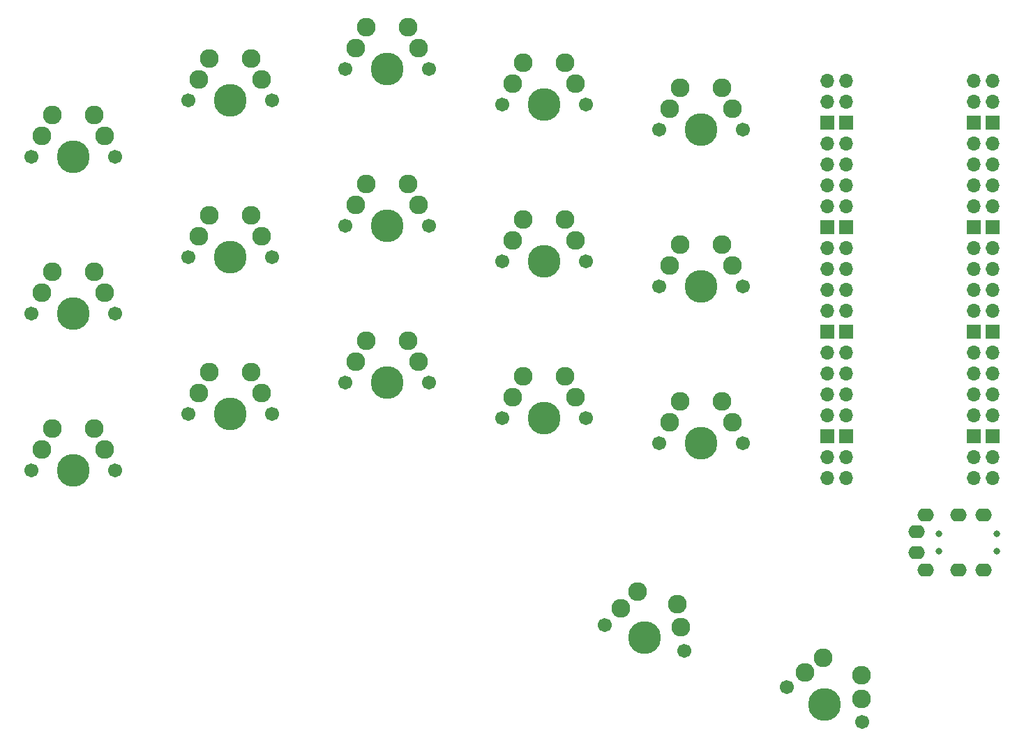
<source format=gbr>
%TF.GenerationSoftware,KiCad,Pcbnew,(6.0.4)*%
%TF.CreationDate,2022-11-15T10:20:27-05:00*%
%TF.ProjectId,Chergo,43686572-676f-42e6-9b69-6361645f7063,rev?*%
%TF.SameCoordinates,Original*%
%TF.FileFunction,Soldermask,Bot*%
%TF.FilePolarity,Negative*%
%FSLAX46Y46*%
G04 Gerber Fmt 4.6, Leading zero omitted, Abs format (unit mm)*
G04 Created by KiCad (PCBNEW (6.0.4)) date 2022-11-15 10:20:27*
%MOMM*%
%LPD*%
G01*
G04 APERTURE LIST*
%ADD10C,1.701800*%
%ADD11C,3.987800*%
%ADD12C,2.286000*%
%ADD13C,0.800000*%
%ADD14O,2.000000X1.600000*%
%ADD15O,1.700000X1.700000*%
%ADD16R,1.700000X1.700000*%
G04 APERTURE END LIST*
D10*
%TO.C,K3*%
X111726943Y-61006379D03*
D11*
X106646943Y-61006379D03*
D10*
X101566943Y-61006379D03*
D12*
X102836943Y-58466379D03*
X104106943Y-55926379D03*
X110456943Y-58466379D03*
X109186943Y-55926379D03*
%TD*%
D10*
%TO.C,K15*%
X149826943Y-106472379D03*
X139666943Y-106472379D03*
D11*
X144746943Y-106472379D03*
D12*
X142206943Y-101392379D03*
X140936943Y-103932379D03*
X147286943Y-101392379D03*
X148556943Y-103932379D03*
%TD*%
D10*
%TO.C,K17*%
X155128899Y-136075478D03*
D11*
X159732943Y-138222379D03*
D10*
X164336987Y-140369280D03*
D12*
X157353361Y-134310182D03*
X159577822Y-132544885D03*
X164181866Y-134691786D03*
X164259426Y-137530533D03*
%TD*%
D11*
%TO.C,K10*%
X144746943Y-87422379D03*
D10*
X139666943Y-87422379D03*
X149826943Y-87422379D03*
D12*
X140936943Y-84882379D03*
X142206943Y-82342379D03*
X148556943Y-84882379D03*
X147286943Y-82342379D03*
%TD*%
D11*
%TO.C,K6*%
X68546943Y-90724379D03*
D10*
X73626943Y-90724379D03*
X63466943Y-90724379D03*
D12*
X66006943Y-85644379D03*
X64736943Y-88184379D03*
X72356943Y-88184379D03*
X71086943Y-85644379D03*
%TD*%
D10*
%TO.C,K7*%
X92676943Y-83866379D03*
D11*
X87596943Y-83866379D03*
D10*
X82516943Y-83866379D03*
D12*
X83786943Y-81326379D03*
X85056943Y-78786379D03*
X90136943Y-78786379D03*
X91406943Y-81326379D03*
%TD*%
D11*
%TO.C,K16*%
X137888943Y-130094379D03*
D10*
X142720310Y-131664185D03*
X133057576Y-128524573D03*
D12*
X137043066Y-124478109D03*
X135050321Y-126501341D03*
X141874433Y-126047915D03*
X142297371Y-128856050D03*
%TD*%
D10*
%TO.C,K9*%
X130776943Y-84374379D03*
X120616943Y-84374379D03*
D11*
X125696943Y-84374379D03*
D12*
X121886943Y-81834379D03*
X123156943Y-79294379D03*
X129506943Y-81834379D03*
X128236943Y-79294379D03*
%TD*%
D11*
%TO.C,K2*%
X87596943Y-64816379D03*
D10*
X92676943Y-64816379D03*
X82516943Y-64816379D03*
D12*
X85056943Y-59736379D03*
X83786943Y-62276379D03*
X91406943Y-62276379D03*
X90136943Y-59736379D03*
%TD*%
D10*
%TO.C,K5*%
X149826943Y-68372379D03*
X139666943Y-68372379D03*
D11*
X144746943Y-68372379D03*
D12*
X142206943Y-63292379D03*
X140936943Y-65832379D03*
X147286943Y-63292379D03*
X148556943Y-65832379D03*
%TD*%
D13*
%TO.C,U2*%
X180603443Y-119552379D03*
X173603443Y-119552379D03*
X180603443Y-117452379D03*
X173603443Y-117452379D03*
D14*
X170903443Y-119752379D03*
X170903443Y-117252379D03*
X172003443Y-121852379D03*
X172003443Y-115152379D03*
X176003443Y-115152379D03*
X179003443Y-121852379D03*
X179003443Y-115152379D03*
X176003443Y-121852379D03*
%TD*%
D15*
%TO.C,U1*%
X162390943Y-62452379D03*
X177870943Y-62415879D03*
X177870943Y-64955879D03*
X162390943Y-64992379D03*
D16*
X162390943Y-67532379D03*
X177870943Y-67495879D03*
D15*
X177870943Y-70035879D03*
X162390943Y-70072379D03*
X162390943Y-72612379D03*
X177870943Y-72575879D03*
X177870943Y-75115879D03*
X162390943Y-75152379D03*
X162390943Y-77692379D03*
X177870943Y-77655879D03*
D16*
X162390943Y-80232379D03*
X177870943Y-80195879D03*
D15*
X162390943Y-82772379D03*
X177870943Y-82735879D03*
X162390943Y-85312379D03*
X177870943Y-85275879D03*
X162390943Y-87852379D03*
X177870943Y-87815879D03*
X162390943Y-90392379D03*
X177870943Y-90355879D03*
D16*
X162390943Y-92932379D03*
X177870943Y-92895879D03*
D15*
X177870943Y-95435879D03*
X162390943Y-95472379D03*
X177870943Y-97975879D03*
X162390943Y-98012379D03*
X162390943Y-100552379D03*
X177870943Y-100515879D03*
X177870943Y-103055879D03*
X162390943Y-103092379D03*
D16*
X177870943Y-105595879D03*
X162390943Y-105632379D03*
D15*
X162390943Y-108172379D03*
X177870943Y-108135879D03*
X162390943Y-110712379D03*
X177870943Y-110675879D03*
X160090943Y-110675879D03*
X180170943Y-110712379D03*
X160090943Y-108135879D03*
X180170943Y-108172379D03*
D16*
X160090943Y-105595879D03*
X180170943Y-105632379D03*
D15*
X180170943Y-103092379D03*
X160090943Y-103055879D03*
X180170943Y-100552379D03*
X160090943Y-100515879D03*
X180170943Y-98012379D03*
X160090943Y-97975879D03*
X180170943Y-95472379D03*
X160090943Y-95435879D03*
D16*
X180170943Y-92932379D03*
X160090943Y-92895879D03*
D15*
X180170943Y-90392379D03*
X160090943Y-90355879D03*
X160090943Y-87815879D03*
X180170943Y-87852379D03*
X160090943Y-85275879D03*
X180170943Y-85312379D03*
X160090943Y-82735879D03*
X180170943Y-82772379D03*
D16*
X160090943Y-80195879D03*
X180170943Y-80232379D03*
D15*
X180170943Y-77692379D03*
X160090943Y-77655879D03*
X180170943Y-75152379D03*
X160090943Y-75115879D03*
X180170943Y-72612379D03*
X160090943Y-72575879D03*
X160090943Y-70035879D03*
X180170943Y-70072379D03*
D16*
X180170943Y-67532379D03*
X160090943Y-67495879D03*
D15*
X180170943Y-64992379D03*
X160090943Y-64955879D03*
X160090943Y-62415879D03*
X180170943Y-62452379D03*
%TD*%
D10*
%TO.C,K11*%
X73626943Y-109774379D03*
D11*
X68546943Y-109774379D03*
D10*
X63466943Y-109774379D03*
D12*
X66006943Y-104694379D03*
X64736943Y-107234379D03*
X72356943Y-107234379D03*
X71086943Y-104694379D03*
%TD*%
D10*
%TO.C,K12*%
X92676943Y-102916379D03*
D11*
X87596943Y-102916379D03*
D10*
X82516943Y-102916379D03*
D12*
X85056943Y-97836379D03*
X83786943Y-100376379D03*
X90136943Y-97836379D03*
X91406943Y-100376379D03*
%TD*%
D10*
%TO.C,K8*%
X111726943Y-80056379D03*
X101566943Y-80056379D03*
D11*
X106646943Y-80056379D03*
D12*
X104106943Y-74976379D03*
X102836943Y-77516379D03*
X110456943Y-77516379D03*
X109186943Y-74976379D03*
%TD*%
D10*
%TO.C,K14*%
X130776943Y-103424379D03*
D11*
X125696943Y-103424379D03*
D10*
X120616943Y-103424379D03*
D12*
X121886943Y-100884379D03*
X123156943Y-98344379D03*
X128236943Y-98344379D03*
X129506943Y-100884379D03*
%TD*%
D11*
%TO.C,K4*%
X125696943Y-65324379D03*
D10*
X130776943Y-65324379D03*
X120616943Y-65324379D03*
D12*
X123156943Y-60244379D03*
X121886943Y-62784379D03*
X128236943Y-60244379D03*
X129506943Y-62784379D03*
%TD*%
D11*
%TO.C,K1*%
X68546943Y-71674379D03*
D10*
X73626943Y-71674379D03*
X63466943Y-71674379D03*
D12*
X66006943Y-66594379D03*
X64736943Y-69134379D03*
X71086943Y-66594379D03*
X72356943Y-69134379D03*
%TD*%
D11*
%TO.C,K13*%
X106646943Y-99106379D03*
D10*
X101566943Y-99106379D03*
X111726943Y-99106379D03*
D12*
X104106943Y-94026379D03*
X102836943Y-96566379D03*
X110456943Y-96566379D03*
X109186943Y-94026379D03*
%TD*%
M02*

</source>
